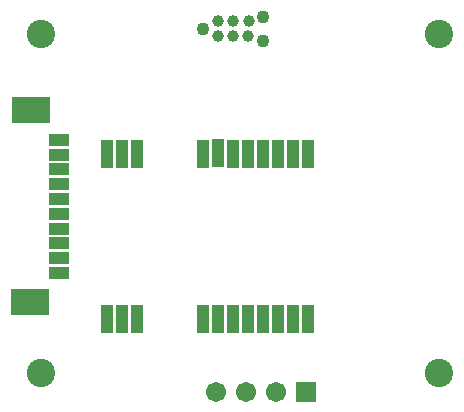
<source format=gbs>
G04*
G04 #@! TF.GenerationSoftware,Altium Limited,Altium Designer,19.0.15 (446)*
G04*
G04 Layer_Color=16711935*
%FSAX25Y25*%
%MOIN*%
G70*
G01*
G75*
%ADD47R,0.06706X0.06706*%
%ADD58C,0.09461*%
%ADD59C,0.04343*%
%ADD60C,0.06706*%
%ADD76C,0.03910*%
%ADD77R,0.04343X0.09461*%
%ADD78R,0.12611X0.09068*%
%ADD79R,0.07099X0.03950*%
D47*
X0820335Y3203046D02*
D03*
D58*
X0864666Y3322338D02*
D03*
Y3209346D02*
D03*
X0731989Y3322338D02*
D03*
Y3209346D02*
D03*
D59*
X0806162Y3328247D02*
D03*
Y3320247D02*
D03*
X0786162Y3324247D02*
D03*
D60*
X0790335Y3203046D02*
D03*
X0800335D02*
D03*
X0810335D02*
D03*
D76*
X0801162Y3321747D02*
D03*
X0801477Y3326747D02*
D03*
X0796162Y3321747D02*
D03*
Y3326747D02*
D03*
X0791162Y3321747D02*
D03*
Y3326747D02*
D03*
D77*
X0754036Y3227456D02*
D03*
X0759036D02*
D03*
X0764036D02*
D03*
X0785965D02*
D03*
X0790965D02*
D03*
X0795965D02*
D03*
X0800965D02*
D03*
X0805965D02*
D03*
X0810965D02*
D03*
X0815965D02*
D03*
X0820965D02*
D03*
Y3282574D02*
D03*
X0815965D02*
D03*
X0810965D02*
D03*
X0805965D02*
D03*
X0800965D02*
D03*
X0795965D02*
D03*
X0790965Y3282613D02*
D03*
X0785965Y3282574D02*
D03*
X0764036D02*
D03*
X0759036D02*
D03*
X0754036D02*
D03*
D78*
X0728643Y3297042D02*
D03*
X0728446Y3232968D02*
D03*
D79*
X0738288Y3242810D02*
D03*
Y3247731D02*
D03*
Y3252653D02*
D03*
Y3257574D02*
D03*
Y3262495D02*
D03*
Y3267416D02*
D03*
Y3272338D02*
D03*
Y3277259D02*
D03*
Y3282180D02*
D03*
Y3287102D02*
D03*
M02*

</source>
